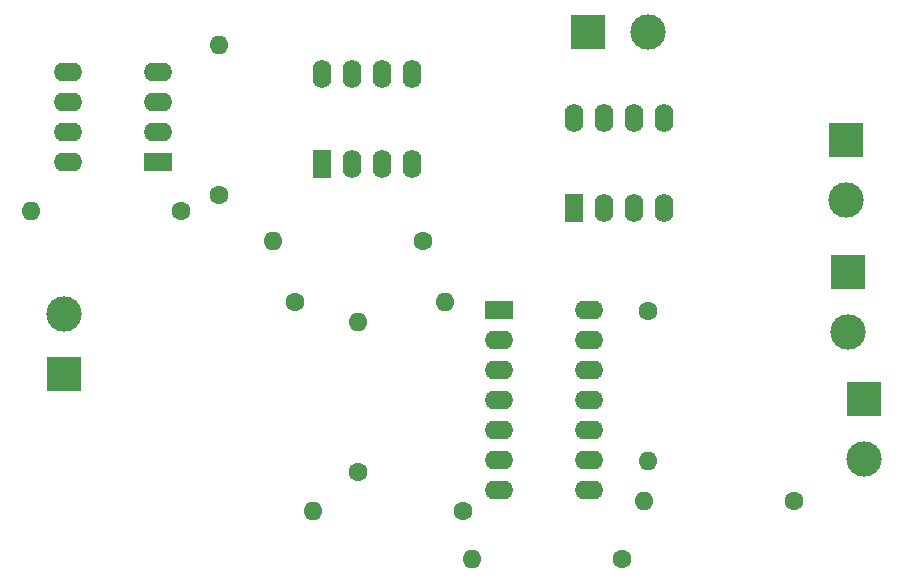
<source format=gbr>
G04 #@! TF.FileFunction,Copper,L1,Top,Signal*
%FSLAX46Y46*%
G04 Gerber Fmt 4.6, Leading zero omitted, Abs format (unit mm)*
G04 Created by KiCad (PCBNEW 4.0.6) date 05/24/17 16:15:07*
%MOMM*%
%LPD*%
G01*
G04 APERTURE LIST*
%ADD10C,0.100000*%
%ADD11R,3.000000X3.000000*%
%ADD12C,3.000000*%
%ADD13C,1.600000*%
%ADD14O,1.600000X1.600000*%
%ADD15R,1.600000X2.400000*%
%ADD16O,1.600000X2.400000*%
%ADD17R,2.400000X1.600000*%
%ADD18O,2.400000X1.600000*%
G04 APERTURE END LIST*
D10*
D11*
X162560000Y-86334600D03*
D12*
X162560000Y-91414600D03*
D11*
X96342200Y-106172000D03*
D12*
X96342200Y-101092000D03*
D11*
X164122100Y-108242100D03*
D12*
X164122100Y-113322100D03*
D11*
X140728700Y-77165200D03*
D12*
X145808700Y-77165200D03*
D11*
X162775900Y-97523300D03*
D12*
X162775900Y-102603300D03*
D13*
X106286300Y-92316300D03*
D14*
X93586300Y-92316300D03*
D13*
X109474000Y-90970100D03*
D14*
X109474000Y-78270100D03*
D13*
X126796800Y-94869000D03*
D14*
X114096800Y-94869000D03*
D13*
X115951000Y-100025200D03*
D14*
X128651000Y-100025200D03*
D13*
X121310400Y-114414300D03*
D14*
X121310400Y-101714300D03*
D13*
X130149600Y-117792500D03*
D14*
X117449600Y-117792500D03*
D13*
X143637000Y-121793000D03*
D14*
X130937000Y-121793000D03*
D13*
X145796000Y-100838000D03*
D14*
X145796000Y-113538000D03*
D13*
X158153100Y-116903500D03*
D14*
X145453100Y-116903500D03*
D15*
X139573000Y-92100400D03*
D16*
X147193000Y-84480400D03*
X142113000Y-92100400D03*
X144653000Y-84480400D03*
X144653000Y-92100400D03*
X142113000Y-84480400D03*
X147193000Y-92100400D03*
X139573000Y-84480400D03*
D17*
X104381300Y-88239600D03*
D18*
X96761300Y-80619600D03*
X104381300Y-85699600D03*
X96761300Y-83159600D03*
X104381300Y-83159600D03*
X96761300Y-85699600D03*
X104381300Y-80619600D03*
X96761300Y-88239600D03*
D15*
X118186200Y-88341200D03*
D16*
X125806200Y-80721200D03*
X120726200Y-88341200D03*
X123266200Y-80721200D03*
X123266200Y-88341200D03*
X120726200Y-80721200D03*
X125806200Y-88341200D03*
X118186200Y-80721200D03*
D17*
X133223000Y-100698300D03*
D18*
X140843000Y-115938300D03*
X133223000Y-103238300D03*
X140843000Y-113398300D03*
X133223000Y-105778300D03*
X140843000Y-110858300D03*
X133223000Y-108318300D03*
X140843000Y-108318300D03*
X133223000Y-110858300D03*
X140843000Y-105778300D03*
X133223000Y-113398300D03*
X140843000Y-103238300D03*
X133223000Y-115938300D03*
X140843000Y-100698300D03*
M02*

</source>
